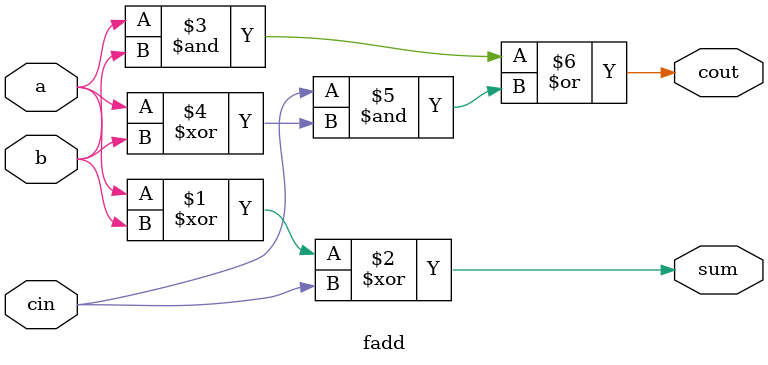
<source format=v>
module top_module (
    input [3:0] x,
    input [3:0] y, 
    output [4:0] sum);
    
    wire [3:0] carry;
    
    fadd f0( .a(x[0]), .b(y[0]), .cin('b0), .cout(carry[0]), .sum(sum[0]) );
    fadd f1( .a(x[1]), .b(y[1]), .cin(carry[0]), .cout(carry[1]), .sum(sum[1]) );
    fadd f2( .a(x[2]), .b(y[2]), .cin(carry[1]), .cout(carry[2]), .sum(sum[2]) );
    fadd f3( .a(x[3]), .b(y[3]), .cin(carry[2]), .cout(sum[4]), .sum(sum[3]) );
   
                                                                   
                                                                  
                                                                  

endmodule

module fadd (
    input a, b, cin,
    output cout, sum);
    assign sum = a ^ b ^ cin;
    assign cout = (a & b) | (cin & (a ^ b));
    
endmodule

</source>
